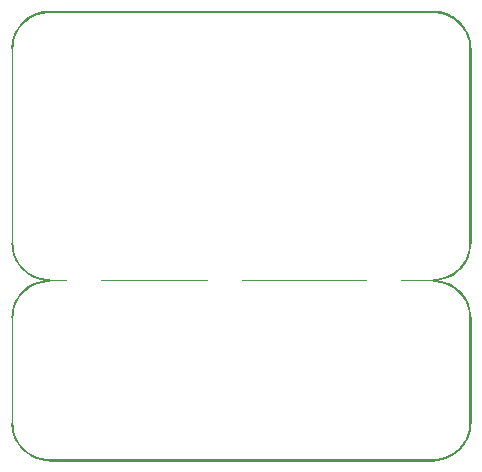
<source format=gbr>
%TF.GenerationSoftware,Altium Limited,Altium Designer,20.0.10 (225)*%
G04 Layer_Color=0*
%FSLAX26Y26*%
%MOIN*%
%TF.FileFunction,Profile,NP*%
%TF.Part,CustomerPanel*%
G01*
G75*
%TA.AperFunction,Profile*%
%ADD25C,0.001000*%
G36*
X2930000Y3416985D02*
X2928751D01*
X2926985Y3418751D01*
Y3421249D01*
X2928751Y3423015D01*
X2930000D01*
D01*
X3035000D01*
X3035600D01*
X3036708Y3422556D01*
X3037556Y3421708D01*
X3038015Y3420600D01*
Y3420000D01*
Y3419400D01*
X3037556Y3418292D01*
X3036708Y3417444D01*
X3035600Y3416985D01*
X3035000D01*
D01*
X2930000D01*
D02*
G37*
G36*
X2400000D02*
X2398751D01*
X2396985Y3418751D01*
Y3421249D01*
X2398751Y3423015D01*
X2400000D01*
D01*
X2810000D01*
X2810600D01*
X2811708Y3422556D01*
X2812556Y3421708D01*
X2813015Y3420600D01*
Y3420000D01*
Y3419400D01*
X2812556Y3418292D01*
X2811708Y3417444D01*
X2810600Y3416985D01*
X2810000D01*
D01*
X2400000D01*
D02*
G37*
G36*
X1930000D02*
X1928751D01*
X1926985Y3418751D01*
Y3421249D01*
X1928751Y3423015D01*
X1930000D01*
D01*
X2280000D01*
X2280600D01*
X2281708Y3422556D01*
X2282556Y3421708D01*
X2283015Y3420600D01*
Y3420000D01*
Y3419400D01*
X2282556Y3418292D01*
X2281708Y3417444D01*
X2280600Y3416985D01*
X2280000D01*
D01*
X1930000D01*
D02*
G37*
G36*
X1751929D02*
X1750680D01*
X1748914Y3418751D01*
Y3421249D01*
X1750680Y3423015D01*
X1751929D01*
D01*
X1810000D01*
X1810600D01*
X1811708Y3422556D01*
X1812556Y3421708D01*
X1813015Y3420600D01*
Y3420000D01*
Y3419400D01*
X1812556Y3418292D01*
X1811708Y3417444D01*
X1810600Y3416985D01*
X1810000D01*
D01*
X1751929D01*
D02*
G37*
G36*
Y2819850D02*
X1743793D01*
X1727661Y2821974D01*
X1711944Y2826185D01*
X1696912Y2832412D01*
X1682820Y2840548D01*
X1669911Y2850453D01*
X1658406Y2861959D01*
X1648500Y2874868D01*
X1640365Y2888959D01*
X1634138Y2903992D01*
X1629927Y2919709D01*
X1627803Y2935841D01*
Y2943976D01*
Y2945225D01*
X1629569Y2946991D01*
X1632067D01*
X1633833Y2945225D01*
Y2943976D01*
X1634086Y2936253D01*
X1636102Y2920937D01*
X1640100Y2906016D01*
X1646012Y2891744D01*
X1653736Y2878366D01*
X1663140Y2866110D01*
X1674063Y2855187D01*
X1686318Y2845783D01*
X1699696Y2838059D01*
X1713968Y2832148D01*
X1728890Y2828149D01*
X1744205Y2826133D01*
X1751929Y2825880D01*
X1752529D01*
X1753637Y2825421D01*
X1754485Y2824573D01*
X1754944Y2823465D01*
Y2822865D01*
Y2822265D01*
X1754485Y2821157D01*
X1753637Y2820309D01*
X1752529Y2819850D01*
X1751929D01*
D01*
D02*
G37*
G36*
X1627803Y2943976D02*
Y2942727D01*
X1629569Y2940961D01*
X1632067D01*
X1633833Y2942727D01*
Y2943976D01*
D01*
Y3296890D01*
Y3298139D01*
X1632067Y3299905D01*
X1629569D01*
X1627803Y3298139D01*
Y3296890D01*
D01*
Y2943976D01*
D02*
G37*
G36*
Y3296890D02*
Y3295641D01*
X1629569Y3293875D01*
X1632067D01*
X1633833Y3295641D01*
Y3296890D01*
X1634086Y3304614D01*
X1636102Y3319929D01*
X1640100Y3334851D01*
X1646012Y3349122D01*
X1653736Y3362501D01*
X1663140Y3374756D01*
X1674063Y3385679D01*
X1686318Y3395083D01*
X1699696Y3402807D01*
X1713968Y3408719D01*
X1728890Y3412717D01*
X1744205Y3414733D01*
X1751929Y3414986D01*
X1752529D01*
X1753637Y3415445D01*
X1754485Y3416293D01*
X1754944Y3417401D01*
Y3418001D01*
Y3418601D01*
X1754485Y3419709D01*
X1753637Y3420557D01*
X1752529Y3421016D01*
X1751929D01*
X1743793D01*
X1727661Y3418892D01*
X1711944Y3414681D01*
X1696912Y3408454D01*
X1682820Y3400318D01*
X1669911Y3390413D01*
X1658406Y3378907D01*
X1648500Y3365999D01*
X1640365Y3351907D01*
X1634138Y3336874D01*
X1629927Y3321157D01*
X1627803Y3305025D01*
Y3296890D01*
D01*
D02*
G37*
G36*
X1751893Y3419850D02*
X1743760Y3419853D01*
X1727633Y3421980D01*
X1711922Y3426193D01*
X1696896Y3432420D01*
X1682810Y3440555D01*
X1669906Y3450459D01*
X1658404Y3461961D01*
X1648502Y3474866D01*
X1640368Y3488952D01*
X1634142Y3503980D01*
X1629930Y3519691D01*
X1627805Y3535818D01*
X1627803Y3543951D01*
X1627803Y3545200D01*
X1629569Y3546966D01*
X1632066Y3546967D01*
X1633833Y3545201D01*
X1633833Y3543952D01*
X1634087Y3536231D01*
X1636105Y3520921D01*
X1640104Y3506004D01*
X1646015Y3491738D01*
X1653737Y3478364D01*
X1663138Y3466112D01*
X1674057Y3455192D01*
X1686308Y3445790D01*
X1699681Y3438067D01*
X1713947Y3432155D01*
X1728863Y3428155D01*
X1744174Y3426135D01*
X1751895Y3425880D01*
X1752494Y3425880D01*
X1753602Y3425421D01*
X1754450Y3424573D01*
X1754909Y3423465D01*
Y3422865D01*
Y3422265D01*
X1754450Y3421157D01*
X1753601Y3420309D01*
X1752493Y3419850D01*
X1751893Y3419850D01*
D01*
D02*
G37*
G36*
X1627803Y4193858D02*
Y4192609D01*
X1629569Y4190843D01*
X1632067D01*
X1633833Y4192609D01*
Y4193858D01*
X1634086Y4201582D01*
X1636102Y4216898D01*
X1640100Y4231819D01*
X1646012Y4246091D01*
X1653736Y4259469D01*
X1663140Y4271725D01*
X1674063Y4282648D01*
X1686318Y4292052D01*
X1699696Y4299776D01*
X1713968Y4305687D01*
X1728890Y4309685D01*
X1744205Y4311702D01*
X1751929Y4311955D01*
X1752529D01*
X1753637Y4312414D01*
X1754485Y4313262D01*
X1754944Y4314370D01*
Y4314970D01*
Y4315569D01*
X1754485Y4316677D01*
X1753637Y4317525D01*
X1752529Y4317985D01*
X1751929D01*
X1743793D01*
X1727661Y4315861D01*
X1711944Y4311649D01*
X1696912Y4305423D01*
X1682820Y4297287D01*
X1669911Y4287382D01*
X1658406Y4275876D01*
X1648500Y4262967D01*
X1640365Y4248876D01*
X1634138Y4233843D01*
X1629927Y4218126D01*
X1627803Y4201994D01*
Y4193858D01*
D01*
D02*
G37*
G36*
Y3543977D02*
Y3542728D01*
X1629569Y3540961D01*
X1632067D01*
X1633833Y3542728D01*
Y3543977D01*
D01*
Y4193858D01*
Y4195107D01*
X1632067Y4196873D01*
X1629569D01*
X1627803Y4195107D01*
Y4193858D01*
D01*
Y3543977D01*
D02*
G37*
G36*
X1627803Y3543952D02*
D01*
Y3543952D01*
Y3543952D01*
Y3543952D01*
Y3543952D01*
D02*
G37*
G36*
X3035000Y2819850D02*
X3033751D01*
X3031985Y2821616D01*
Y2824114D01*
X3033751Y2825880D01*
X3035000D01*
X3042724Y2826133D01*
X3058039Y2828149D01*
X3072961Y2832148D01*
X3087233Y2838059D01*
X3100611Y2845783D01*
X3112866Y2855187D01*
X3123789Y2866110D01*
X3133193Y2878366D01*
X3140917Y2891744D01*
X3146829Y2906016D01*
X3150827Y2920937D01*
X3152843Y2936253D01*
X3153096Y2943976D01*
D01*
Y3296890D01*
X3152843Y3304614D01*
X3150827Y3319929D01*
X3146829Y3334851D01*
X3140917Y3349122D01*
X3133193Y3362501D01*
X3123789Y3374756D01*
X3112866Y3385679D01*
X3100611Y3395083D01*
X3087233Y3402807D01*
X3072961Y3408719D01*
X3058039Y3412717D01*
X3042724Y3414733D01*
X3035000Y3414986D01*
X3034020D01*
X3032434Y3416139D01*
X3031830Y3418003D01*
X3032437Y3419867D01*
X3033231Y3420442D01*
D01*
X3032446Y3421023D01*
X3031856Y3422883D01*
X3032467Y3424736D01*
X3034048Y3425880D01*
X3035024Y3425880D01*
X3042747Y3426135D01*
X3058060Y3428154D01*
X3072979Y3432154D01*
X3087248Y3438067D01*
X3100623Y3445791D01*
X3112876Y3455196D01*
X3123797Y3466119D01*
X3133198Y3478373D01*
X3140920Y3491750D01*
X3146830Y3506020D01*
X3150828Y3520940D01*
X3152843Y3536254D01*
X3153096Y3543977D01*
D01*
Y4193858D01*
X3152843Y4201582D01*
X3150827Y4216898D01*
X3146829Y4231819D01*
X3140917Y4246091D01*
X3133193Y4259469D01*
X3123789Y4271725D01*
X3112866Y4282648D01*
X3100611Y4292052D01*
X3087233Y4299775D01*
X3072961Y4305687D01*
X3058040Y4309685D01*
X3042724Y4311702D01*
X3035000Y4311954D01*
X3034997D01*
X3034991D01*
X3034985D01*
X3034979D01*
X3034976D01*
D01*
X1751954D01*
X1750705D01*
X1748939Y4313721D01*
Y4316218D01*
X1750705Y4317984D01*
X1751954D01*
D01*
X3034975D01*
X3034979D01*
X3034985D01*
X3034991D01*
X3034997Y4317985D01*
X3035000D01*
X3043136D01*
X3059268Y4315861D01*
X3074985Y4311649D01*
X3090017Y4305423D01*
X3104109Y4297287D01*
X3117018Y4287382D01*
X3128523Y4275876D01*
X3138429Y4262967D01*
X3146564Y4248876D01*
X3152791Y4233843D01*
X3157002Y4218126D01*
X3159126Y4201994D01*
Y4193858D01*
D01*
Y3543977D01*
Y3536344D01*
X3157256Y3521195D01*
X3153544Y3506389D01*
X3148046Y3492148D01*
X3140845Y3478689D01*
X3132049Y3466214D01*
X3121791Y3454910D01*
X3110226Y3444948D01*
X3097527Y3436478D01*
X3083886Y3429627D01*
X3069508Y3424500D01*
X3054611Y3421172D01*
X3047015Y3420433D01*
X3054611Y3419694D01*
X3069508Y3416367D01*
X3083886Y3411239D01*
X3097527Y3404388D01*
X3110226Y3395918D01*
X3121791Y3385956D01*
X3132049Y3374652D01*
X3140845Y3362177D01*
X3148046Y3348718D01*
X3153544Y3334478D01*
X3157256Y3319671D01*
X3159126Y3304522D01*
Y3296890D01*
D01*
Y2943976D01*
Y2935841D01*
X3157002Y2919709D01*
X3152791Y2903992D01*
X3146564Y2888959D01*
X3138429Y2874868D01*
X3128523Y2861959D01*
X3117018Y2850453D01*
X3104109Y2840548D01*
X3090017Y2832412D01*
X3074985Y2826185D01*
X3059268Y2821974D01*
X3043136Y2819850D01*
X3035000D01*
D01*
D02*
G37*
G36*
X1751929D02*
X1750680D01*
X1748914Y2821616D01*
Y2824114D01*
X1750680Y2825880D01*
X1751929D01*
D01*
X3035000D01*
X3035600D01*
X3036708Y2825421D01*
X3037556Y2824573D01*
X3038015Y2823465D01*
Y2822865D01*
Y2822265D01*
X3037556Y2821157D01*
X3036708Y2820309D01*
X3035600Y2819850D01*
X3035000D01*
D01*
X1751929D01*
D02*
G37*
D25*
X1627803Y2943976D02*
Y3296890D01*
D02*
G02*
X1739915Y3420433I124126J0D01*
G01*
D02*
G02*
X1627803Y3543941I12014J123543D01*
G01*
D02*
G03*
X1627803Y3543927I6016J36D01*
G01*
D02*
G02*
X1627803Y3543951I3015J25D01*
G01*
D02*
G02*
X1627803Y3543952I3015J1D01*
G01*
D02*
G02*
X1627803Y3543977I3015J-0D01*
G01*
X1627803D01*
D02*
G03*
X1627803Y3543952I124126J0D01*
G01*
D02*
G02*
X1627803Y3543952I3015J25D01*
G01*
D02*
G02*
X1627803Y3543977I3015J25D01*
G01*
Y4193858D01*
D02*
G02*
X1751929Y4317985I124126J0D01*
G01*
D02*
G02*
X1751954Y4317985I0J-6016D01*
G01*
D02*
G02*
X1751964Y4317984I-24J-6016D01*
G01*
D02*
G02*
X1751978Y4317984I-35J-6016D01*
G01*
D02*
G03*
X1751954Y4317984I-25J-3015D01*
G01*
D02*
G03*
X1751954Y4317984I-0J-3015D01*
G01*
D02*
G02*
X1751954Y4317984I-24J-3015D01*
G01*
X1751954D01*
D02*
G03*
X1751929Y4317985I-24J-3015D01*
G01*
Y4317984D01*
X3035000D01*
Y4317985D01*
D02*
G03*
X3034976Y4317985I0J-6016D01*
G01*
D02*
G03*
X3034965Y4317984I24J-6016D01*
G01*
D02*
G03*
X3034951Y4317984I35J-6016D01*
G01*
D02*
G02*
X3034975Y4317984I25J-3015D01*
G01*
D02*
G02*
X3034976Y4317984I25J-3015D01*
G01*
D02*
G02*
X3035000Y4317985I24J-3015D01*
G01*
D02*
G02*
X3159126Y4193858I0J-124126D01*
G01*
Y3543977D01*
D02*
G02*
X3047015Y3420433I-124126J0D01*
G01*
D02*
G02*
X3159126Y3296890I-12015J-123543D01*
G01*
Y2943976D01*
D02*
G02*
X3035000Y2819850I-124126J0D01*
G01*
X1751929D01*
D02*
G02*
X1627803Y2943976I0J124126D01*
G01*
%TF.MD5,e04598596869bcd853a78f0997b9c5e3*%
M02*

</source>
